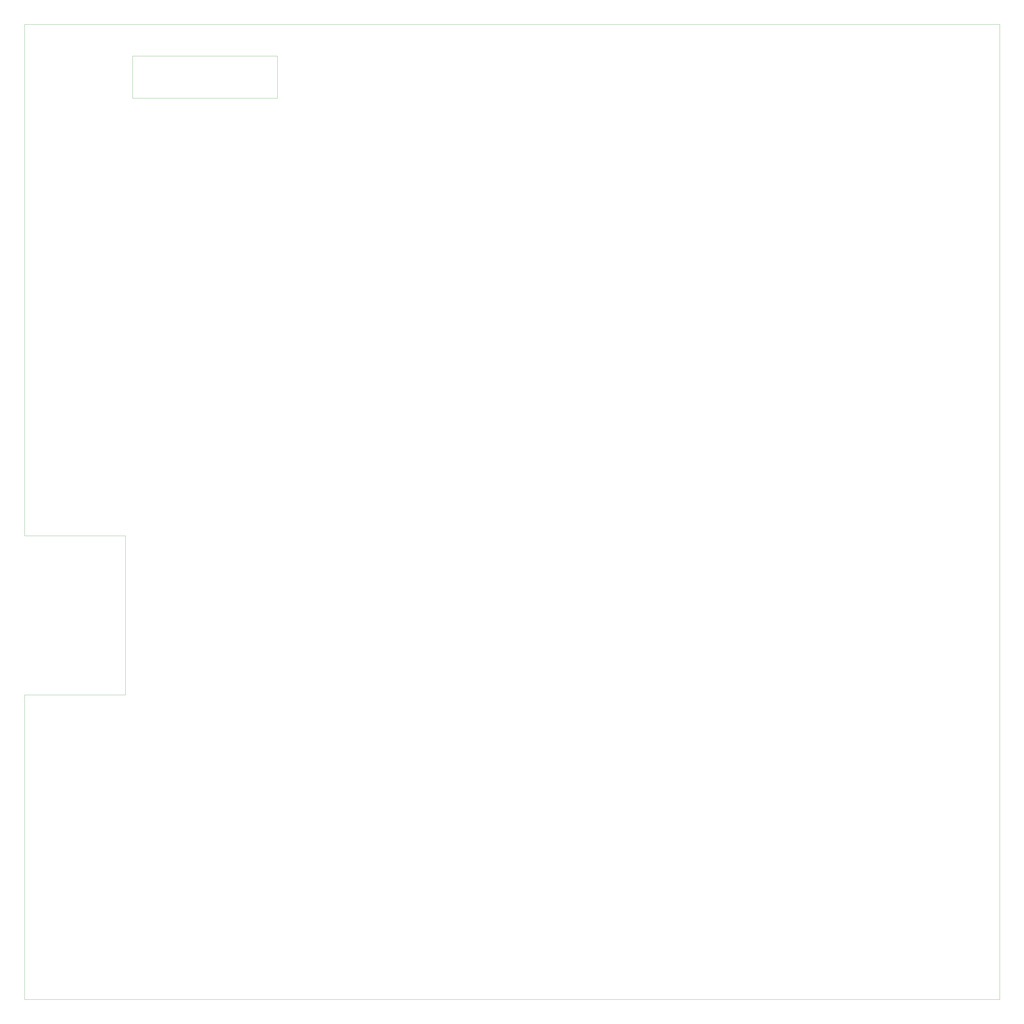
<source format=gbr>
G04 #@! TF.GenerationSoftware,KiCad,Pcbnew,(5.1.5)-3*
G04 #@! TF.CreationDate,2020-12-03T11:47:19+01:00*
G04 #@! TF.ProjectId,Wordclock_V1.1,576f7264-636c-46f6-936b-5f56312e312e,rev?*
G04 #@! TF.SameCoordinates,Original*
G04 #@! TF.FileFunction,Profile,NP*
%FSLAX46Y46*%
G04 Gerber Fmt 4.6, Leading zero omitted, Abs format (unit mm)*
G04 Created by KiCad (PCBNEW (5.1.5)-3) date 2020-12-03 11:47:19*
%MOMM*%
%LPD*%
G04 APERTURE LIST*
%ADD10C,0.100000*%
%ADD11C,0.050000*%
G04 APERTURE END LIST*
D10*
X96000000Y-12000000D02*
X96000000Y-28000000D01*
X41000000Y-12000000D02*
X96000000Y-12000000D01*
X41000000Y-28000000D02*
X41000000Y-12000000D01*
X96000000Y-28000000D02*
X41000000Y-28000000D01*
D11*
X0Y-254380000D02*
X0Y-260600000D01*
X0Y-260600000D02*
X0Y-370000000D01*
X38290000Y-254380000D02*
X0Y-254380000D01*
X0Y-194000000D02*
X38300000Y-194000000D01*
X38300000Y-194000000D02*
X38290000Y-254380000D01*
X370000000Y-370000000D02*
X0Y-370000000D01*
X370000000Y0D02*
X370000000Y-370000000D01*
X0Y0D02*
X0Y-194000000D01*
X0Y0D02*
X370000000Y0D01*
M02*

</source>
